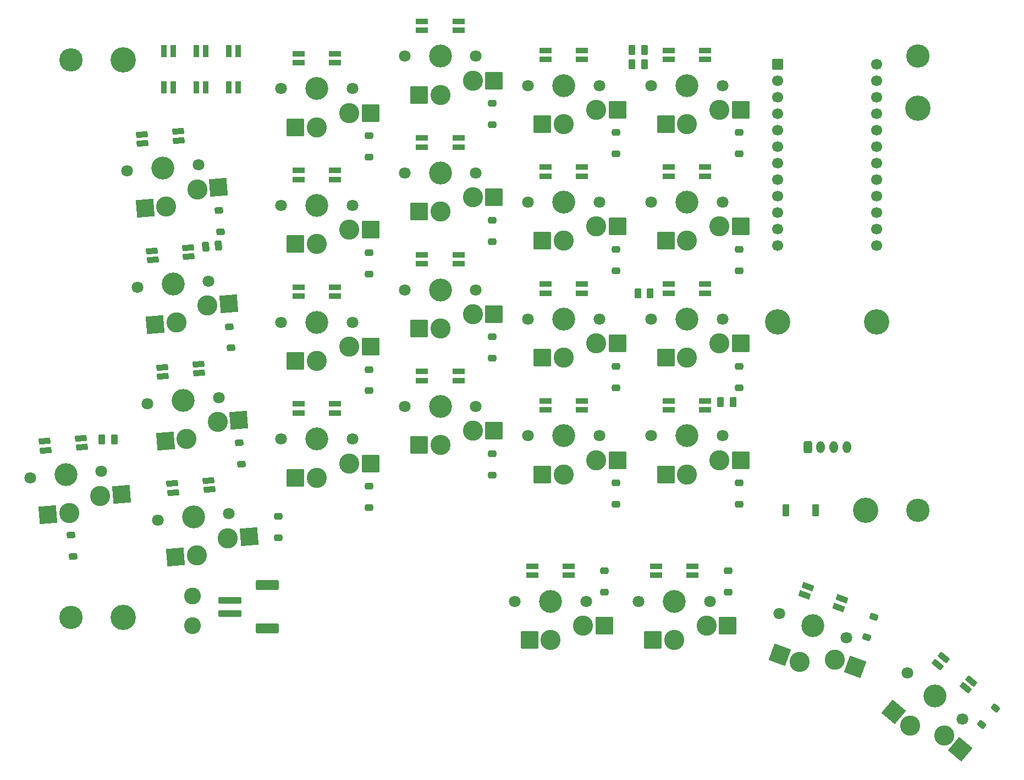
<source format=gts>
G04 #@! TF.GenerationSoftware,KiCad,Pcbnew,8.0.5*
G04 #@! TF.CreationDate,2024-11-21T21:23:03+01:00*
G04 #@! TF.ProjectId,stellar,7374656c-6c61-4722-9e6b-696361645f70,rev?*
G04 #@! TF.SameCoordinates,Original*
G04 #@! TF.FileFunction,Soldermask,Top*
G04 #@! TF.FilePolarity,Negative*
%FSLAX46Y46*%
G04 Gerber Fmt 4.6, Leading zero omitted, Abs format (unit mm)*
G04 Created by KiCad (PCBNEW 8.0.5) date 2024-11-21 21:23:03*
%MOMM*%
%LPD*%
G01*
G04 APERTURE LIST*
G04 Aperture macros list*
%AMRoundRect*
0 Rectangle with rounded corners*
0 $1 Rounding radius*
0 $2 $3 $4 $5 $6 $7 $8 $9 X,Y pos of 4 corners*
0 Add a 4 corners polygon primitive as box body*
4,1,4,$2,$3,$4,$5,$6,$7,$8,$9,$2,$3,0*
0 Add four circle primitives for the rounded corners*
1,1,$1+$1,$2,$3*
1,1,$1+$1,$4,$5*
1,1,$1+$1,$6,$7*
1,1,$1+$1,$8,$9*
0 Add four rect primitives between the rounded corners*
20,1,$1+$1,$2,$3,$4,$5,0*
20,1,$1+$1,$4,$5,$6,$7,0*
20,1,$1+$1,$6,$7,$8,$9,0*
20,1,$1+$1,$8,$9,$2,$3,0*%
G04 Aperture macros list end*
%ADD10C,2.700000*%
%ADD11C,3.900000*%
%ADD12RoundRect,0.250000X0.400000X-0.250000X0.400000X0.250000X-0.400000X0.250000X-0.400000X-0.250000X0*%
%ADD13C,3.600000*%
%ADD14RoundRect,0.050000X-0.850000X-0.412500X0.850000X-0.412500X0.850000X0.412500X-0.850000X0.412500X0*%
%ADD15RoundRect,0.050000X-0.810814X-0.485013X0.882717X-0.336848X0.810814X0.485013X-0.882717X0.336848X0*%
%ADD16RoundRect,0.050000X0.850000X0.412500X-0.850000X0.412500X-0.850000X-0.412500X0.850000X-0.412500X0*%
%ADD17RoundRect,0.275000X0.275000X0.500000X-0.275000X0.500000X-0.275000X-0.500000X0.275000X-0.500000X0*%
%ADD18RoundRect,0.050000X-0.412500X0.850000X-0.412500X-0.850000X0.412500X-0.850000X0.412500X0.850000X0*%
%ADD19RoundRect,0.050000X-0.800000X0.800000X-0.800000X-0.800000X0.800000X-0.800000X0.800000X0.800000X0*%
%ADD20C,1.700000*%
%ADD21RoundRect,0.250000X-0.400000X0.250000X-0.400000X-0.250000X0.400000X-0.250000X0.400000X0.250000X0*%
%ADD22C,2.600000*%
%ADD23RoundRect,0.250000X0.420267X-0.214186X0.376689X0.283911X-0.420267X0.214186X-0.376689X-0.283911X0*%
%ADD24RoundRect,0.050000X0.810814X0.485013X-0.882717X0.336848X-0.810814X-0.485013X0.882717X-0.336848X0*%
%ADD25RoundRect,0.050000X-0.939822X-0.096906X0.657655X-0.678340X0.939822X0.096906X-0.657655X0.678340X0*%
%ADD26RoundRect,0.275000X1.525000X-0.275000X1.525000X0.275000X-1.525000X0.275000X-1.525000X-0.275000X0*%
%ADD27RoundRect,0.266667X1.483333X-0.533333X1.483333X0.533333X-1.483333X0.533333X-1.483333X-0.533333X0*%
%ADD28RoundRect,0.275000X-0.230376X-0.522065X0.317531X-0.474130X0.230376X0.522065X-0.317531X0.474130X0*%
%ADD29RoundRect,0.050000X-0.450000X-0.850000X0.450000X-0.850000X0.450000X0.850000X-0.450000X0.850000X0*%
%ADD30RoundRect,0.050000X-0.916288X0.230376X0.385988X-0.862363X0.916288X-0.230376X-0.385988X0.862363X0*%
%ADD31RoundRect,0.250000X-0.290372X0.371731X-0.461382X-0.098115X0.290372X-0.371731X0.461382X0.098115X0*%
%ADD32RoundRect,0.250000X-0.145721X0.448626X-0.467115X0.065604X0.145721X-0.448626X0.467115X-0.065604X0*%
%ADD33RoundRect,0.275000X-0.275000X-0.500000X0.275000X-0.500000X0.275000X0.500000X-0.275000X0.500000X0*%
%ADD34C,1.801800*%
%ADD35C,3.529000*%
%ADD36C,3.100000*%
%ADD37RoundRect,0.050000X-1.300000X-1.300000X1.300000X-1.300000X1.300000X1.300000X-1.300000X1.300000X0*%
%ADD38RoundRect,0.270833X-0.379167X-0.654167X0.379167X-0.654167X0.379167X0.654167X-0.379167X0.654167X0*%
%ADD39O,1.300000X1.850000*%
%ADD40RoundRect,0.050000X-1.181751X-1.408356X1.408356X-1.181751X1.181751X1.408356X-1.408356X1.181751X0*%
%ADD41RoundRect,0.050000X-1.831482X-0.160234X0.160234X-1.831482X1.831482X0.160234X-0.160234X1.831482X0*%
%ADD42RoundRect,0.050000X-1.666227X-0.776974X0.776974X-1.666227X1.666227X0.776974X-0.776974X1.666227X0*%
G04 APERTURE END LIST*
D10*
X190003100Y-82775693D03*
D11*
X190003100Y-82775693D03*
D12*
X146078201Y-70365578D03*
X146078201Y-67065578D03*
D13*
X211541800Y-41774900D03*
D14*
X176848634Y-120397840D03*
X176848634Y-121797840D03*
X171248634Y-121797840D03*
X171248634Y-120397840D03*
D15*
X82724962Y-100661515D03*
X82846980Y-102056187D03*
X77268290Y-102544259D03*
X77146272Y-101149587D03*
D14*
X178848634Y-94897840D03*
X178848634Y-96297840D03*
X173248634Y-96297840D03*
X173248634Y-94897840D03*
X121848634Y-59397840D03*
X121848634Y-60797840D03*
X116248634Y-60797840D03*
X116248634Y-59397840D03*
D16*
X135248634Y-73797840D03*
X135248634Y-72397840D03*
X140848634Y-72397840D03*
X140848634Y-73797840D03*
D10*
X89203100Y-128293600D03*
D11*
X89203100Y-128293600D03*
D16*
X135248634Y-37797840D03*
X135248634Y-36397840D03*
X140848634Y-36397840D03*
X140848634Y-37797840D03*
D12*
X165078201Y-110865578D03*
X165078201Y-107565578D03*
D14*
X159848634Y-94897840D03*
X159848634Y-96297840D03*
X154248634Y-96297840D03*
X154248634Y-94897840D03*
D17*
X170353100Y-78323600D03*
X168453100Y-78323600D03*
D12*
X146078201Y-52365578D03*
X146078201Y-49065578D03*
D15*
X99229732Y-71311343D03*
X99351750Y-72706015D03*
X93773060Y-73194087D03*
X93651042Y-71799415D03*
D18*
X96923123Y-46623603D03*
X95523123Y-46623603D03*
X95523123Y-41023603D03*
X96923123Y-41023603D03*
D19*
X190010000Y-43064193D03*
D20*
X190010000Y-45604193D03*
X190010000Y-48144193D03*
X190010000Y-50684193D03*
X190010000Y-53224193D03*
X190010000Y-55764193D03*
X190010000Y-58304193D03*
X190010000Y-60844193D03*
X190010000Y-63384193D03*
X190010000Y-65924193D03*
X190010000Y-68464193D03*
X190010000Y-71004193D03*
X205250000Y-71004193D03*
X205250000Y-68464193D03*
X205250000Y-65924193D03*
X205250000Y-63384193D03*
X205250000Y-60844193D03*
X205250000Y-58304193D03*
X205250000Y-55764193D03*
X205250000Y-53224193D03*
X205250000Y-50684193D03*
X205250000Y-48144193D03*
X205250000Y-45604193D03*
X205250000Y-43064193D03*
D21*
X163352085Y-121125631D03*
X163352085Y-124425631D03*
D22*
X99892802Y-129527605D03*
D14*
X121848634Y-95397840D03*
X121848634Y-96797840D03*
X116248634Y-96797840D03*
X116248634Y-95397840D03*
D23*
X107399882Y-104694036D03*
X107112268Y-101406594D03*
D12*
X127078201Y-57365578D03*
X127078201Y-54065578D03*
D24*
X92204257Y-55262582D03*
X92082239Y-53867910D03*
X97660929Y-53379838D03*
X97782947Y-54774510D03*
D14*
X140848634Y-90397840D03*
X140848634Y-91797840D03*
X135248634Y-91797840D03*
X135248634Y-90397840D03*
D21*
X113153100Y-112673600D03*
X113153100Y-115973600D03*
D12*
X127078201Y-93365578D03*
X127078201Y-90065578D03*
D10*
X205203100Y-82775693D03*
D11*
X205203100Y-82775693D03*
D14*
X178848634Y-58897840D03*
X178848634Y-60297840D03*
X173248634Y-60297840D03*
X173248634Y-58897840D03*
D13*
X211541800Y-111774900D03*
D25*
X199897010Y-125449323D03*
X199418183Y-126764890D03*
X194155904Y-124849577D03*
X194634731Y-123534010D03*
D16*
X116248634Y-42797840D03*
X116248634Y-41397840D03*
X121848634Y-41397840D03*
X121848634Y-42797840D03*
X173248634Y-78297840D03*
X173248634Y-76897840D03*
X178848634Y-76897840D03*
X178848634Y-78297840D03*
D26*
X105692802Y-127677605D03*
X105692802Y-125677605D03*
D27*
X111442802Y-130027605D03*
X111442802Y-123327605D03*
D12*
X184078201Y-92865578D03*
X184078201Y-89565578D03*
D23*
X105831079Y-86762531D03*
X105543465Y-83475089D03*
D28*
X101956715Y-71156398D03*
X103849485Y-70990802D03*
D23*
X104262276Y-68831026D03*
X103974662Y-65543584D03*
D10*
X203541800Y-111774900D03*
D11*
X203541800Y-111774900D03*
D24*
X95341863Y-91125592D03*
X95219845Y-89730920D03*
X100798535Y-89242848D03*
X100920553Y-90637520D03*
D16*
X154248634Y-42297840D03*
X154248634Y-40897840D03*
X159848634Y-40897840D03*
X159848634Y-42297840D03*
D22*
X99892802Y-124977605D03*
D12*
X146078201Y-106365578D03*
X146078201Y-103065578D03*
D17*
X169472802Y-43073600D03*
X167572802Y-43073600D03*
D12*
X165078201Y-92865578D03*
X165078201Y-89565578D03*
D14*
X157848634Y-120397840D03*
X157848634Y-121797840D03*
X152248634Y-121797840D03*
X152248634Y-120397840D03*
D12*
X184078201Y-110865578D03*
X184078201Y-107565578D03*
X127078201Y-111365578D03*
X127078201Y-108065578D03*
D29*
X191291800Y-111774900D03*
X195791800Y-111774900D03*
D16*
X173248634Y-42297840D03*
X173248634Y-40897840D03*
X178848634Y-40897840D03*
X178848634Y-42297840D03*
D30*
X219827690Y-138079170D03*
X218927787Y-139151633D03*
X214637940Y-135552022D03*
X215537843Y-134479559D03*
D18*
X101923123Y-46623603D03*
X100523123Y-46623603D03*
X100523123Y-41023603D03*
X101923123Y-41023603D03*
D31*
X204817433Y-128213107D03*
X203688767Y-131314093D03*
D17*
X169472802Y-40873600D03*
X167572802Y-40873600D03*
D14*
X159848634Y-58897840D03*
X159848634Y-60297840D03*
X154248634Y-60297840D03*
X154248634Y-58897840D03*
D32*
X223493700Y-142279627D03*
X221372500Y-144807573D03*
D12*
X146078201Y-88365578D03*
X146078201Y-85065578D03*
X165078201Y-56865578D03*
X165078201Y-53565578D03*
X127078201Y-75365578D03*
X127078201Y-72065578D03*
D16*
X154248634Y-78297840D03*
X154248634Y-76897840D03*
X159848634Y-76897840D03*
X159848634Y-78297840D03*
D12*
X165078201Y-74865578D03*
X165078201Y-71565578D03*
D10*
X211541800Y-49774900D03*
D11*
X211541800Y-49774900D03*
D33*
X85953100Y-100823600D03*
X87853100Y-100823600D03*
D16*
X116248634Y-78797840D03*
X116248634Y-77397840D03*
X121848634Y-77397840D03*
X121848634Y-78797840D03*
D18*
X106923123Y-46623603D03*
X105523123Y-46623603D03*
X105523123Y-41023603D03*
X106923123Y-41023603D03*
D12*
X184078201Y-74865578D03*
X184078201Y-71565578D03*
D15*
X102367338Y-107174353D03*
X102489356Y-108569025D03*
X96910666Y-109057097D03*
X96788648Y-107662425D03*
D10*
X89203100Y-42323600D03*
D11*
X89203100Y-42323600D03*
D21*
X182352085Y-121125631D03*
X182352085Y-124425631D03*
D12*
X184078201Y-56865578D03*
X184078201Y-53565578D03*
D23*
X81508778Y-118886865D03*
X81221164Y-115599423D03*
D33*
X181203100Y-95073600D03*
X183103100Y-95073600D03*
D14*
X140848634Y-54397840D03*
X140848634Y-55797840D03*
X135248634Y-55797840D03*
X135248634Y-54397840D03*
D34*
X151548634Y-64297840D03*
D35*
X157048634Y-64297840D03*
D36*
X157048634Y-70247840D03*
X162048634Y-68047840D03*
D34*
X162548634Y-64297840D03*
D37*
X153773634Y-70247840D03*
X165323634Y-68047840D03*
D13*
X81203100Y-42323600D03*
D34*
X113548634Y-100797840D03*
D35*
X119048634Y-100797840D03*
D36*
X119048634Y-106747840D03*
X124048634Y-104547840D03*
D34*
X124548634Y-100797840D03*
D37*
X115773634Y-106747840D03*
X127323634Y-104547840D03*
D34*
X113548634Y-82797840D03*
D35*
X119048634Y-82797840D03*
D36*
X119048634Y-88747840D03*
X124048634Y-86547840D03*
D34*
X124548634Y-82797840D03*
D37*
X115773634Y-88747840D03*
X127323634Y-86547840D03*
D34*
X151548634Y-100297840D03*
D35*
X157048634Y-100297840D03*
D36*
X157048634Y-106247840D03*
X162048634Y-104047840D03*
D34*
X162548634Y-100297840D03*
D37*
X153773634Y-106247840D03*
X165323634Y-104047840D03*
D38*
X194630000Y-102034193D03*
D39*
X196630000Y-102034193D03*
X198630000Y-102034193D03*
X200630000Y-102034193D03*
D34*
X170548634Y-82297840D03*
D35*
X176048634Y-82297840D03*
D36*
X176048634Y-88247840D03*
X181048634Y-86047840D03*
D34*
X181548634Y-82297840D03*
D37*
X172773634Y-88247840D03*
X184323634Y-86047840D03*
D34*
X74927187Y-106764359D03*
D35*
X80406258Y-106285002D03*
D36*
X80924835Y-112212360D03*
X85714069Y-109584953D03*
D34*
X85885329Y-105805645D03*
D40*
X77662297Y-112497796D03*
X88976603Y-109299518D03*
D13*
X81203100Y-128293600D03*
D34*
X170548634Y-100297840D03*
D35*
X176048634Y-100297840D03*
D36*
X176048634Y-106247840D03*
X181048634Y-104047840D03*
D34*
X181548634Y-100297840D03*
D37*
X172773634Y-106247840D03*
X184323634Y-104047840D03*
D34*
X113548634Y-46797840D03*
D35*
X119048634Y-46797840D03*
D36*
X119048634Y-52747840D03*
X124048634Y-50547840D03*
D34*
X124548634Y-46797840D03*
D37*
X115773634Y-52747840D03*
X127323634Y-50547840D03*
D34*
X170548634Y-46297840D03*
D35*
X176048634Y-46297840D03*
D36*
X176048634Y-52247840D03*
X181048634Y-50047840D03*
D34*
X181548634Y-46297840D03*
D37*
X172773634Y-52247840D03*
X184323634Y-50047840D03*
D34*
X89863154Y-59482682D03*
D35*
X95342225Y-59003325D03*
D36*
X95860802Y-64930683D03*
X100650036Y-62303276D03*
D34*
X100821296Y-58523968D03*
D40*
X92598264Y-65216119D03*
X103912570Y-62017841D03*
D34*
X132548634Y-41797840D03*
D35*
X138048634Y-41797840D03*
D36*
X138048634Y-47747840D03*
X143048634Y-45547840D03*
D34*
X143548634Y-41797840D03*
D37*
X134773634Y-47747840D03*
X146323634Y-45547840D03*
D34*
X209998469Y-136880673D03*
D35*
X214211713Y-140416005D03*
D36*
X210387127Y-144973969D03*
X215631482Y-146502610D03*
D34*
X218424957Y-143951337D03*
D41*
X207878331Y-142868840D03*
X218140277Y-148607739D03*
D34*
X113548634Y-64797840D03*
D35*
X119048634Y-64797840D03*
D36*
X119048634Y-70747840D03*
X124048634Y-68547840D03*
D34*
X124548634Y-64797840D03*
D37*
X115773634Y-70747840D03*
X127323634Y-68547840D03*
D34*
X151548634Y-46297840D03*
D35*
X157048634Y-46297840D03*
D36*
X157048634Y-52247840D03*
X162048634Y-50047840D03*
D34*
X162548634Y-46297840D03*
D37*
X153773634Y-52247840D03*
X165323634Y-50047840D03*
D34*
X149548634Y-125797840D03*
D35*
X155048634Y-125797840D03*
D36*
X155048634Y-131747840D03*
X160048634Y-129547840D03*
D34*
X160548634Y-125797840D03*
D37*
X151773634Y-131747840D03*
X163323634Y-129547840D03*
D34*
X168548634Y-125797840D03*
D35*
X174048634Y-125797840D03*
D36*
X174048634Y-131747840D03*
X179048634Y-129547840D03*
D34*
X179548634Y-125797840D03*
D37*
X170773634Y-131747840D03*
X182323634Y-129547840D03*
D34*
X91431957Y-77414187D03*
D35*
X96911028Y-76934830D03*
D36*
X97429605Y-82862188D03*
X102218839Y-80234781D03*
D34*
X102390099Y-76455473D03*
D40*
X94167067Y-83147624D03*
X105481373Y-79949346D03*
D34*
X190250653Y-127684894D03*
D35*
X195418962Y-129566005D03*
D36*
X193383942Y-135157176D03*
X198834850Y-134799953D03*
D34*
X200587271Y-131447116D03*
D42*
X190306449Y-134037060D03*
X201912343Y-135920069D03*
D34*
X132548634Y-77797840D03*
D35*
X138048634Y-77797840D03*
D36*
X138048634Y-83747840D03*
X143048634Y-81547840D03*
D34*
X143548634Y-77797840D03*
D37*
X134773634Y-83747840D03*
X146323634Y-81547840D03*
D34*
X93000760Y-95345692D03*
D35*
X98479831Y-94866335D03*
D36*
X98998408Y-100793693D03*
X103787642Y-98166286D03*
D34*
X103958902Y-94386978D03*
D40*
X95735870Y-101079129D03*
X107050176Y-97880851D03*
D34*
X151548634Y-82297840D03*
D35*
X157048634Y-82297840D03*
D36*
X157048634Y-88247840D03*
X162048634Y-86047840D03*
D34*
X162548634Y-82297840D03*
D37*
X153773634Y-88247840D03*
X165323634Y-86047840D03*
D34*
X94569563Y-113277197D03*
D35*
X100048634Y-112797840D03*
D36*
X100567211Y-118725198D03*
X105356445Y-116097791D03*
D34*
X105527705Y-112318483D03*
D40*
X97304673Y-119010634D03*
X108618979Y-115812356D03*
D34*
X170548634Y-64297840D03*
D35*
X176048634Y-64297840D03*
D36*
X176048634Y-70247840D03*
X181048634Y-68047840D03*
D34*
X181548634Y-64297840D03*
D37*
X172773634Y-70247840D03*
X184323634Y-68047840D03*
D34*
X132548634Y-95797840D03*
D35*
X138048634Y-95797840D03*
D36*
X138048634Y-101747840D03*
X143048634Y-99547840D03*
D34*
X143548634Y-95797840D03*
D37*
X134773634Y-101747840D03*
X146323634Y-99547840D03*
D34*
X132548634Y-59797840D03*
D35*
X138048634Y-59797840D03*
D36*
X138048634Y-65747840D03*
X143048634Y-63547840D03*
D34*
X143548634Y-59797840D03*
D37*
X134773634Y-65747840D03*
X146323634Y-63547840D03*
M02*

</source>
